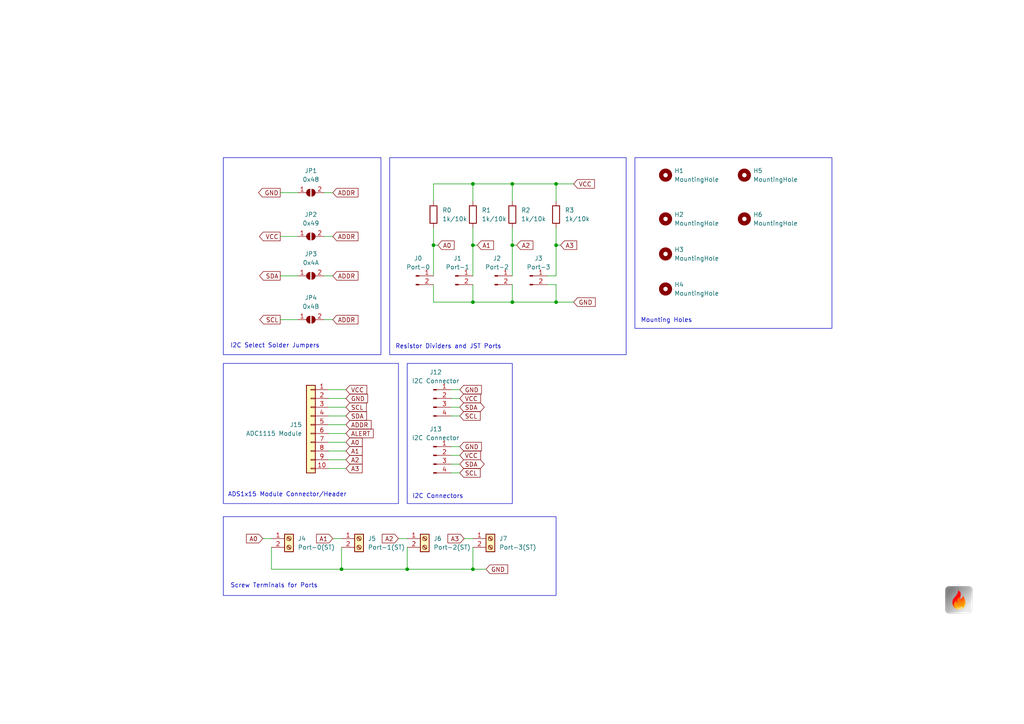
<source format=kicad_sch>
(kicad_sch (version 20231120) (generator "eeschema") (generator_version "8.0")
  (paper "A4")
  (title_block (title "PiFire ADS1x15 Module") (date "2024-05-03") (rev "v1.0.0") (company "Ben Parmeter"))
  (lib_symbols
    (symbol "Connector:Conn_01x02_Pin" (pin_names (offset 1.016) hide)
      (property "Reference" "J" (at 0 2.54 0))
      (property "Value" "Conn_01x02_Pin" (at 0 -5.08 0))
      (symbol "Conn_01x02_Pin_1_1"
        (polyline (pts (xy 1.27 -2.54) (xy 0.8636 -2.54)) (stroke (width 0.1524)))
        (polyline (pts (xy 1.27 0) (xy 0.8636 0)) (stroke (width 0.1524)))
        (rectangle (start 0.8636 -2.413) (end 0 -2.667) (stroke (width 0.1524)) (fill (type outline)))
        (rectangle (start 0.8636 0.127) (end 0 -0.127) (stroke (width 0.1524)) (fill (type outline)))
        (pin passive line (at 5.08 0 180) (length 3.81) (name "Pin_1") (number "1"))
        (pin passive line (at 5.08 -2.54 180) (length 3.81) (name "Pin_2") (number "2"))
      )
    )
    (symbol "Connector:Conn_01x04_Pin" (pin_names (offset 1.016) hide)
      (property "Reference" "J" (at 0 5.08 0))
      (property "Value" "Conn_01x04_Pin" (at 0 -7.62 0))
      (symbol "Conn_01x04_Pin_1_1"
        (polyline (pts (xy 1.27 -5.08) (xy 0.8636 -5.08)) (stroke (width 0.1524)))
        (polyline (pts (xy 1.27 -2.54) (xy 0.8636 -2.54)) (stroke (width 0.1524)))
        (polyline (pts (xy 1.27 0) (xy 0.8636 0)) (stroke (width 0.1524)))
        (polyline (pts (xy 1.27 2.54) (xy 0.8636 2.54)) (stroke (width 0.1524)))
        (rectangle (start 0.8636 -4.953) (end 0 -5.207) (stroke (width 0.1524)) (fill (type outline)))
        (rectangle (start 0.8636 -2.413) (end 0 -2.667) (stroke (width 0.1524)) (fill (type outline)))
        (rectangle (start 0.8636 0.127) (end 0 -0.127) (stroke (width 0.1524)) (fill (type outline)))
        (rectangle (start 0.8636 2.667) (end 0 2.413) (stroke (width 0.1524)) (fill (type outline)))
        (pin passive line (at 5.08 2.54 180) (length 3.81) (name "Pin_1") (number "1"))
        (pin passive line (at 5.08 0 180) (length 3.81) (name "Pin_2") (number "2"))
        (pin passive line (at 5.08 -2.54 180) (length 3.81) (name "Pin_3") (number "3"))
        (pin passive line (at 5.08 -5.08 180) (length 3.81) (name "Pin_4") (number "4"))
      )
    )
    (symbol "Connector:Screw_Terminal_01x02" (pin_names (offset 1.016) hide)
      (property "Reference" "J" (at 0 2.54 0))
      (property "Value" "Screw_Terminal_01x02" (at 0 -5.08 0))
      (symbol "Screw_Terminal_01x02_1_1"
        (rectangle (start -1.27 1.27) (end 1.27 -3.81) (stroke (width 0.254)) (fill (type background)))
        (circle (center 0 -2.54) (radius 0.635) (stroke (width 0.1524)))
        (polyline (pts (xy -0.5334 -2.2098) (xy 0.3302 -3.048)) (stroke (width 0.1524)))
        (polyline (pts (xy -0.5334 0.3302) (xy 0.3302 -0.508)) (stroke (width 0.1524)))
        (polyline (pts (xy -0.3556 -2.032) (xy 0.508 -2.8702)) (stroke (width 0.1524)))
        (polyline (pts (xy -0.3556 0.508) (xy 0.508 -0.3302)) (stroke (width 0.1524)))
        (circle (center 0 0) (radius 0.635) (stroke (width 0.1524)))
        (pin passive line (at -5.08 0 0) (length 3.81) (name "Pin_1") (number "1"))
        (pin passive line (at -5.08 -2.54 0) (length 3.81) (name "Pin_2") (number "2"))
      )
    )
    (symbol "Connector_Generic:Conn_01x10" (pin_names (offset 1.016) hide)
      (property "Reference" "J" (at 0 12.7 0))
      (property "Value" "Conn_01x10" (at 0 -15.24 0))
      (symbol "Conn_01x10_1_1"
        (rectangle (start -1.27 -12.573) (end 0 -12.827) (stroke (width 0.1524)))
        (rectangle (start -1.27 -10.033) (end 0 -10.287) (stroke (width 0.1524)))
        (rectangle (start -1.27 -7.493) (end 0 -7.747) (stroke (width 0.1524)))
        (rectangle (start -1.27 -4.953) (end 0 -5.207) (stroke (width 0.1524)))
        (rectangle (start -1.27 -2.413) (end 0 -2.667) (stroke (width 0.1524)))
        (rectangle (start -1.27 0.127) (end 0 -0.127) (stroke (width 0.1524)))
        (rectangle (start -1.27 2.667) (end 0 2.413) (stroke (width 0.1524)))
        (rectangle (start -1.27 5.207) (end 0 4.953) (stroke (width 0.1524)))
        (rectangle (start -1.27 7.747) (end 0 7.493) (stroke (width 0.1524)))
        (rectangle (start -1.27 10.287) (end 0 10.033) (stroke (width 0.1524)))
        (rectangle (start -1.27 11.43) (end 1.27 -13.97) (stroke (width 0.254)) (fill (type background)))
        (pin passive line (at -5.08 10.16 0) (length 3.81) (name "Pin_1") (number "1"))
        (pin passive line (at -5.08 -12.7 0) (length 3.81) (name "Pin_10") (number "10"))
        (pin passive line (at -5.08 7.62 0) (length 3.81) (name "Pin_2") (number "2"))
        (pin passive line (at -5.08 5.08 0) (length 3.81) (name "Pin_3") (number "3"))
        (pin passive line (at -5.08 2.54 0) (length 3.81) (name "Pin_4") (number "4"))
        (pin passive line (at -5.08 0 0) (length 3.81) (name "Pin_5") (number "5"))
        (pin passive line (at -5.08 -2.54 0) (length 3.81) (name "Pin_6") (number "6"))
        (pin passive line (at -5.08 -5.08 0) (length 3.81) (name "Pin_7") (number "7"))
        (pin passive line (at -5.08 -7.62 0) (length 3.81) (name "Pin_8") (number "8"))
        (pin passive line (at -5.08 -10.16 0) (length 3.81) (name "Pin_9") (number "9"))
      )
    )
    (symbol "Device:R" (pin_numbers hide) (pin_names (offset 0))
      (property "Reference" "R" (at 2.032 0 90))
      (property "Value" "R" (at 0 0 90))
      (symbol "R_0_1"
        (rectangle (start -1.016 -2.54) (end 1.016 2.54) (stroke (width 0.254)))
      )
      (symbol "R_1_1"
        (pin passive line (at 0 3.81 270) (length 1.27) (name "~") (number "1"))
        (pin passive line (at 0 -3.81 90) (length 1.27) (name "~") (number "2"))
      )
    )
    (symbol "Jumper:SolderJumper_2_Open" (pin_names (offset 0) hide)
      (property "Reference" "JP" (at 0 2.032 0))
      (property "Value" "SolderJumper_2_Open" (at 0 -2.54 0))
      (symbol "SolderJumper_2_Open_0_1"
        (arc (start -0.254 1.016) (mid -1.2656 0) (end -0.254 -1.016))
        (arc (start -0.254 1.016) (mid -1.2656 0) (end -0.254 -1.016) (fill (type outline)))
        (polyline (pts (xy -0.254 1.016) (xy -0.254 -1.016)))
        (polyline (pts (xy 0.254 1.016) (xy 0.254 -1.016)))
        (arc (start 0.254 -1.016) (mid 1.2656 0) (end 0.254 1.016))
        (arc (start 0.254 -1.016) (mid 1.2656 0) (end 0.254 1.016) (fill (type outline)))
      )
      (symbol "SolderJumper_2_Open_1_1"
        (pin passive line (at -3.81 0 0) (length 2.54) (name "A") (number "1"))
        (pin passive line (at 3.81 0 180) (length 2.54) (name "B") (number "2"))
      )
    )
    (symbol "Mechanical:MountingHole" (pin_names (offset 1.016))
      (property "Reference" "H" (at 0 5.08 0))
      (property "Value" "MountingHole" (at 0 3.175 0))
      (symbol "MountingHole_0_1"
        (circle (center 0 0) (radius 1.27) (stroke (width 1.27)))
      )
    )
  )
  (junction (at 137.16 71.12))
  (junction (at 161.29 71.12))
  (junction (at 137.16 87.63))
  (junction (at 148.59 87.63))
  (junction (at 125.73 71.12))
  (junction (at 137.16 53.34))
  (junction (at 148.59 53.34))
  (junction (at 161.29 53.34))
  (junction (at 99.06 165.1))
  (junction (at 161.29 87.63))
  (junction (at 118.11 165.1))
  (junction (at 137.16 165.1))
  (junction (at 148.59 71.12))
  (wire (pts (xy 118.11 158.75) (xy 118.11 165.1)))
  (wire (pts (xy 161.29 80.01) (xy 158.75 80.01)))
  (wire (pts (xy 81.28 92.71) (xy 86.36 92.71)))
  (wire (pts (xy 100.33 130.81) (xy 95.25 130.81)))
  (wire (pts (xy 81.28 68.58) (xy 86.36 68.58)))
  (wire (pts (xy 137.16 82.55) (xy 137.16 87.63)))
  (wire (pts (xy 137.16 165.1) (xy 140.97 165.1)))
  (wire (pts (xy 78.74 165.1) (xy 99.06 165.1)))
  (wire (pts (xy 161.29 66.04) (xy 161.29 71.12)))
  (wire (pts (xy 161.29 82.55) (xy 161.29 87.63)))
  (wire (pts (xy 148.59 82.55) (xy 148.59 87.63)))
  (wire (pts (xy 100.33 128.27) (xy 95.25 128.27)))
  (wire (pts (xy 125.73 66.04) (xy 125.73 71.12)))
  (wire (pts (xy 133.35 113.03) (xy 130.81 113.03)))
  (wire (pts (xy 78.74 158.75) (xy 78.74 165.1)))
  (wire (pts (xy 96.52 156.21) (xy 99.06 156.21)))
  (wire (pts (xy 96.52 55.88) (xy 93.98 55.88)))
  (wire (pts (xy 99.06 158.75) (xy 99.06 165.1)))
  (wire (pts (xy 100.33 115.57) (xy 95.25 115.57)))
  (wire (pts (xy 161.29 87.63) (xy 166.37 87.63)))
  (wire (pts (xy 100.33 135.89) (xy 95.25 135.89)))
  (wire (pts (xy 137.16 53.34) (xy 125.73 53.34)))
  (wire (pts (xy 166.37 53.34) (xy 161.29 53.34)))
  (wire (pts (xy 148.59 66.04) (xy 148.59 71.12)))
  (wire (pts (xy 133.35 132.08) (xy 130.81 132.08)))
  (wire (pts (xy 137.16 66.04) (xy 137.16 71.12)))
  (wire (pts (xy 99.06 165.1) (xy 118.11 165.1)))
  (wire (pts (xy 134.62 156.21) (xy 137.16 156.21)))
  (wire (pts (xy 133.35 129.54) (xy 130.81 129.54)))
  (wire (pts (xy 118.11 165.1) (xy 137.16 165.1)))
  (wire (pts (xy 137.16 53.34) (xy 137.16 58.42)))
  (wire (pts (xy 96.52 80.01) (xy 93.98 80.01)))
  (wire (pts (xy 137.16 87.63) (xy 148.59 87.63)))
  (wire (pts (xy 127 71.12) (xy 125.73 71.12)))
  (wire (pts (xy 100.33 123.19) (xy 95.25 123.19)))
  (wire (pts (xy 161.29 53.34) (xy 161.29 58.42)))
  (wire (pts (xy 148.59 87.63) (xy 161.29 87.63)))
  (wire (pts (xy 81.28 55.88) (xy 86.36 55.88)))
  (wire (pts (xy 96.52 92.71) (xy 93.98 92.71)))
  (wire (pts (xy 148.59 53.34) (xy 161.29 53.34)))
  (wire (pts (xy 125.73 82.55) (xy 125.73 87.63)))
  (wire (pts (xy 162.56 71.12) (xy 161.29 71.12)))
  (wire (pts (xy 100.33 118.11) (xy 95.25 118.11)))
  (wire (pts (xy 100.33 133.35) (xy 95.25 133.35)))
  (wire (pts (xy 125.73 87.63) (xy 137.16 87.63)))
  (wire (pts (xy 100.33 125.73) (xy 95.25 125.73)))
  (wire (pts (xy 148.59 71.12) (xy 148.59 80.01)))
  (wire (pts (xy 161.29 82.55) (xy 158.75 82.55)))
  (wire (pts (xy 149.86 71.12) (xy 148.59 71.12)))
  (wire (pts (xy 133.35 120.65) (xy 130.81 120.65)))
  (wire (pts (xy 133.35 137.16) (xy 130.81 137.16)))
  (wire (pts (xy 138.43 71.12) (xy 137.16 71.12)))
  (wire (pts (xy 81.28 80.01) (xy 86.36 80.01)))
  (wire (pts (xy 125.73 71.12) (xy 125.73 80.01)))
  (wire (pts (xy 100.33 113.03) (xy 95.25 113.03)))
  (wire (pts (xy 125.73 53.34) (xy 125.73 58.42)))
  (wire (pts (xy 133.35 115.57) (xy 130.81 115.57)))
  (wire (pts (xy 133.35 118.11) (xy 130.81 118.11)))
  (wire (pts (xy 100.33 120.65) (xy 95.25 120.65)))
  (wire (pts (xy 96.52 68.58) (xy 93.98 68.58)))
  (wire (pts (xy 161.29 71.12) (xy 161.29 80.01)))
  (wire (pts (xy 115.57 156.21) (xy 118.11 156.21)))
  (wire (pts (xy 148.59 53.34) (xy 137.16 53.34)))
  (wire (pts (xy 148.59 53.34) (xy 148.59 58.42)))
  (wire (pts (xy 76.2 156.21) (xy 78.74 156.21)))
  (wire (pts (xy 133.35 134.62) (xy 130.81 134.62)))
  (wire (pts (xy 137.16 71.12) (xy 137.16 80.01)))
  (wire (pts (xy 137.16 158.75) (xy 137.16 165.1)))
  (rectangle (start 184.15 45.72) (end 241.3 95.25))
  (rectangle (start 64.77 105.41) (end 115.57 146.05))
  (rectangle (start 64.77 45.72) (end 110.49 102.87))
  (rectangle (start 113.03 45.72) (end 181.61 102.87))
  (rectangle (start 118.11 105.41) (end 148.59 146.05))
  (rectangle (start 64.77 149.86) (end 161.29 172.72))
  (image (at 278.13 173.99) (scale 0.0423182))
  (text "Screw Terminals for Ports" (at 79.502 169.926 0) (effects (font (size 1.27 1.27))))
  (text "ADS1x15 Module Connector/Header" (at 83.312 143.51 0) (effects (font (size 1.27 1.27))))
  (text "I2C Select Solder Jumpers" (at 79.756 100.33 0) (effects (font (size 1.27 1.27))))
  (text "Resistor Dividers and JST Ports" (at 130.048 100.584 0) (effects (font (size 1.27 1.27))))
  (text "Mounting Holes" (at 193.294 92.964 0) (effects (font (size 1.27 1.27))))
  (text "I2C Connectors" (at 127 144.018 0) (effects (font (size 1.27 1.27))))
  (global_label "A2" (shape input) (at 115.57 156.21 180) (property "Intersheetrefs" "${INTERSHEET_REFS}" (effects (hide yes))))
  (global_label "A1" (shape input) (at 96.52 156.21 180) (property "Intersheetrefs" "${INTERSHEET_REFS}" (effects (hide yes))))
  (global_label "GND" (shape input) (at 133.35 113.03 0) (property "Intersheetrefs" "${INTERSHEET_REFS}" (effects (hide yes))))
  (global_label "SCL" (shape input) (at 100.33 118.11 0) (property "Intersheetrefs" "${INTERSHEET_REFS}" (effects (hide yes))))
  (global_label "GND" (shape output) (at 81.28 55.88 180) (property "Intersheetrefs" "${INTERSHEET_REFS}" (effects (hide yes))))
  (global_label "SDA" (shape output) (at 81.28 80.01 180) (property "Intersheetrefs" "${INTERSHEET_REFS}" (effects (hide yes))))
  (global_label "GND" (shape input) (at 133.35 129.54 0) (property "Intersheetrefs" "${INTERSHEET_REFS}" (effects (hide yes))))
  (global_label "A3" (shape input) (at 134.62 156.21 180) (property "Intersheetrefs" "${INTERSHEET_REFS}" (effects (hide yes))))
  (global_label "GND" (shape input) (at 100.33 115.57 0) (property "Intersheetrefs" "${INTERSHEET_REFS}" (effects (hide yes))))
  (global_label "ADDR" (shape input) (at 96.52 92.71 0) (property "Intersheetrefs" "${INTERSHEET_REFS}" (effects (hide yes))))
  (global_label "A2" (shape input) (at 149.86 71.12 0) (property "Intersheetrefs" "${INTERSHEET_REFS}" (effects (hide yes))))
  (global_label "VCC" (shape input) (at 133.35 115.57 0) (property "Intersheetrefs" "${INTERSHEET_REFS}" (effects (hide yes))))
  (global_label "VCC" (shape input) (at 166.37 53.34 0) (property "Intersheetrefs" "${INTERSHEET_REFS}" (effects (hide yes))))
  (global_label "A1" (shape input) (at 138.43 71.12 0) (property "Intersheetrefs" "${INTERSHEET_REFS}" (effects (hide yes))))
  (global_label "SDA" (shape bidirectional) (at 133.35 134.62 0) (property "Intersheetrefs" "${INTERSHEET_REFS}" (effects (hide yes))))
  (global_label "A0" (shape input) (at 100.33 128.27 0) (property "Intersheetrefs" "${INTERSHEET_REFS}" (effects (hide yes))))
  (global_label "SCL" (shape input) (at 133.35 137.16 0) (property "Intersheetrefs" "${INTERSHEET_REFS}" (effects (hide yes))))
  (global_label "A3" (shape input) (at 162.56 71.12 0) (property "Intersheetrefs" "${INTERSHEET_REFS}" (effects (hide yes))))
  (global_label "GND" (shape input) (at 140.97 165.1 0) (property "Intersheetrefs" "${INTERSHEET_REFS}" (effects (hide yes))))
  (global_label "ALERT" (shape input) (at 100.33 125.73 0) (property "Intersheetrefs" "${INTERSHEET_REFS}" (effects (hide yes))))
  (global_label "A2" (shape input) (at 100.33 133.35 0) (property "Intersheetrefs" "${INTERSHEET_REFS}" (effects (hide yes))))
  (global_label "SDA" (shape bidirectional) (at 133.35 118.11 0) (property "Intersheetrefs" "${INTERSHEET_REFS}" (effects (hide yes))))
  (global_label "SDA" (shape input) (at 100.33 120.65 0) (property "Intersheetrefs" "${INTERSHEET_REFS}" (effects (hide yes))))
  (global_label "VCC" (shape output) (at 81.28 68.58 180) (property "Intersheetrefs" "${INTERSHEET_REFS}" (effects (hide yes))))
  (global_label "ADDR" (shape input) (at 100.33 123.19 0) (property "Intersheetrefs" "${INTERSHEET_REFS}" (effects (hide yes))))
  (global_label "ADDR" (shape input) (at 96.52 55.88 0) (property "Intersheetrefs" "${INTERSHEET_REFS}" (effects (hide yes))))
  (global_label "VCC" (shape input) (at 100.33 113.03 0) (property "Intersheetrefs" "${INTERSHEET_REFS}" (effects (hide yes))))
  (global_label "VCC" (shape input) (at 133.35 132.08 0) (property "Intersheetrefs" "${INTERSHEET_REFS}" (effects (hide yes))))
  (global_label "A1" (shape input) (at 100.33 130.81 0) (property "Intersheetrefs" "${INTERSHEET_REFS}" (effects (hide yes))))
  (global_label "GND" (shape input) (at 166.37 87.63 0) (property "Intersheetrefs" "${INTERSHEET_REFS}" (effects (hide yes))))
  (global_label "A3" (shape input) (at 100.33 135.89 0) (property "Intersheetrefs" "${INTERSHEET_REFS}" (effects (hide yes))))
  (global_label "SCL" (shape input) (at 133.35 120.65 0) (property "Intersheetrefs" "${INTERSHEET_REFS}" (effects (hide yes))))
  (global_label "ADDR" (shape input) (at 96.52 68.58 0) (property "Intersheetrefs" "${INTERSHEET_REFS}" (effects (hide yes))))
  (global_label "SCL" (shape output) (at 81.28 92.71 180) (property "Intersheetrefs" "${INTERSHEET_REFS}" (effects (hide yes))))
  (global_label "A0" (shape input) (at 127 71.12 0) (property "Intersheetrefs" "${INTERSHEET_REFS}" (effects (hide yes))))
  (global_label "A0" (shape input) (at 76.2 156.21 180) (property "Intersheetrefs" "${INTERSHEET_REFS}" (effects (hide yes))))
  (global_label "ADDR" (shape input) (at 96.52 80.01 0) (property "Intersheetrefs" "${INTERSHEET_REFS}" (effects (hide yes))))
  (symbol (lib_id "Connector:Screw_Terminal_01x02") (at 104.14 156.21 0) (unit 1)
    (property "Reference" "J5" (at 106.68 156.21 0) (effects (justify left)))
    (property "Value" "Port-1(ST)" (at 106.68 158.75 0) (effects (justify left)))
    (property "Footprint" "TerminalBlock:TerminalBlock_bornier-2_P5.08mm" (effects (hide yes)))
    (property "Description" "ADC Probe Port 1 Screw Terminal.  Recommended terminals: https://www.amazon.com/dp/B01MT4LC0F" (effects (hide yes)))
  )
  (symbol (lib_id "Connector:Conn_01x02_Pin") (at 143.51 80.01 0) (unit 1)
    (property "Reference" "J2" (at 144.145 74.93 0))
    (property "Value" "Port-2" (at 144.145 77.47 0))
    (property "Footprint" "Connector_JST:JST_XH_B2B-XH-A_1x02_P2.50mm_Vertical" (effects (hide yes)))
    (property "Description" "ADC Probe Port 2 JST Connector.  Available from many sellers: https://www.amazon.com/Glarks-Housing-Connector-Perfectly-Compatible/dp/B07CTH46S7" (effects (hide yes)))
  )
  (symbol (lib_id "Device:R") (at 137.16 62.23 0) (unit 1)
    (property "Reference" "R1" (at 139.7 60.96 0) (effects (justify left)))
    (property "Value" "1k/10k" (at 139.7 63.5 0) (effects (justify left)))
    (property "Footprint" "Resistor_THT:R_Axial_DIN0207_L6.3mm_D2.5mm_P7.62mm_Horizontal" (effects (hide yes)))
    (property "Description" "Standard 1/4W Axial Resistors.  Recommended try to get these resistor values as close to their stated values as possible so select 1% tolerance or better and then test to get the best value.   1k Ohm is recommended for PT1000 probes where the nominal resistance is 1k at 0C.  10k Ohm is resistance is recommended for almost all food probe types (note that there are some brands that may have a 1k nominal resistance and thus should use a 1k resistor here)" (effects (hide yes)))
  )
  (symbol (lib_id "Connector:Screw_Terminal_01x02") (at 83.82 156.21 0) (unit 1)
    (property "Reference" "J4" (at 86.36 156.21 0) (effects (justify left)))
    (property "Value" "Port-0(ST)" (at 86.36 158.75 0) (effects (justify left)))
    (property "Footprint" "TerminalBlock:TerminalBlock_bornier-2_P5.08mm" (effects (hide yes)))
    (property "Description" "ADC Probe Port 0 Screw Terminal.  Recommended terminals: https://www.amazon.com/dp/B01MT4LC0F" (effects (hide yes)))
  )
  (symbol (lib_id "Connector:Screw_Terminal_01x02") (at 123.19 156.21 0) (unit 1)
    (property "Reference" "J6" (at 125.73 156.21 0) (effects (justify left)))
    (property "Value" "Port-2(ST)" (at 125.73 158.75 0) (effects (justify left)))
    (property "Footprint" "TerminalBlock:TerminalBlock_bornier-2_P5.08mm" (effects (hide yes)))
    (property "Description" "ADC Probe Port 2 Screw Terminal.  Recommended terminals: https://www.amazon.com/dp/B01MT4LC0F" (effects (hide yes)))
  )
  (symbol (lib_id "Device:R") (at 148.59 62.23 0) (unit 1)
    (property "Reference" "R2" (at 151.13 60.96 0) (effects (justify left)))
    (property "Value" "1k/10k" (at 151.13 63.5 0) (effects (justify left)))
    (property "Footprint" "Resistor_THT:R_Axial_DIN0207_L6.3mm_D2.5mm_P7.62mm_Horizontal" (effects (hide yes)))
    (property "Description" "Standard 1/4W Axial Resistors.  Recommended try to get these resistor values as close to their stated values as possible so select 1% tolerance or better and then test to get the best value.   1k Ohm is recommended for PT1000 probes where the nominal resistance is 1k at 0C.  10k Ohm is resistance is recommended for almost all food probe types (note that there are some brands that may have a 1k nominal resistance and thus should use a 1k resistor here)" (effects (hide yes)))
  )
  (symbol (lib_id "Device:R") (at 125.73 62.23 0) (unit 1)
    (property "Reference" "R0" (at 128.27 60.96 0) (effects (justify left)))
    (property "Value" "1k/10k" (at 128.27 63.5 0) (effects (justify left)))
    (property "Footprint" "Resistor_THT:R_Axial_DIN0207_L6.3mm_D2.5mm_P7.62mm_Horizontal" (effects (hide yes)))
    (property "Description" "Standard 1/4W Axial Resistors.  Recommended try to get these resistor values as close to their stated values as possible so select 1% tolerance or better and then test to get the best value.   1k Ohm is recommended for PT1000 probes where the nominal resistance is 1k at 0C.  10k Ohm is resistance is recommended for almost all food probe types (note that there are some brands that may have a 1k nominal resistance and thus should use a 1k resistor here)" (effects (hide yes)))
  )
  (symbol (lib_id "Connector_Generic:Conn_01x10") (at 90.17 123.19 0) (mirror y) (unit 1)
    (property "Reference" "J15" (at 87.63 123.19 0) (effects (justify left)))
    (property "Value" "ADC1115 Module" (at 87.63 125.73 0) (effects (justify left)))
    (property "Footprint" "Connector_PinHeader_2.54mm:PinHeader_1x10_P2.54mm_Vertical" (effects (hide yes)))
    (property "Description" "Header for the ADS1x15 module.  This uses the standard pinout for these ubiquitous modules, but it is recommended to double check the pinout. Originally designed by Adafruit, but available in generic form everywhere.  https://www.amazon.com/HiLetgo-Converter-Programmable-Amplifier-Development/dp/B07VPFLSMX " (effects (hide yes)))
  )
  (symbol (lib_id "Connector:Conn_01x02_Pin") (at 153.67 80.01 0) (unit 1)
    (property "Reference" "J3" (at 156.21 74.93 0))
    (property "Value" "Port-3" (at 156.21 77.47 0))
    (property "Footprint" "Connector_JST:JST_XH_B2B-XH-A_1x02_P2.50mm_Vertical" (effects (hide yes)))
    (property "Description" "ADC Probe Port 3 JST Connector.  Available from many sellers: https://www.amazon.com/Glarks-Housing-Connector-Perfectly-Compatible/dp/B07CTH46S7" (effects (hide yes)))
  )
  (symbol (lib_id "Jumper:SolderJumper_2_Open") (at 90.17 55.88 0) (unit 1)
    (property "Reference" "JP1" (at 90.17 49.53 0))
    (property "Value" "0x48" (at 90.17 52.07 0))
    (property "Footprint" "Jumper:SolderJumper-2_P1.3mm_Open_TrianglePad1.0x1.5mm" (effects (hide yes)))
    (property "Description" "Close this jumper to select I2C Address 0x48 for this module." (effects (hide yes)))
  )
  (symbol (lib_id "Mechanical:MountingHole") (at 215.9 63.5 0) (unit 1)
    (property "Reference" "H6" (at 218.44 62.23 0) (effects (justify left)))
    (property "Value" "MountingHole" (at 218.44 64.77 0) (effects (justify left)))
    (property "Footprint" "MountingHole:MountingHole_3.2mm_M3" (effects (hide yes)))
  )
  (symbol (lib_id "Connector:Conn_01x02_Pin") (at 132.08 80.01 0) (unit 1)
    (property "Reference" "J1" (at 132.715 74.93 0))
    (property "Value" "Port-1" (at 132.715 77.47 0))
    (property "Footprint" "Connector_JST:JST_XH_B2B-XH-A_1x02_P2.50mm_Vertical" (effects (hide yes)))
    (property "Description" "ADC Probe Port 1 JST Connector.  Available from many sellers: https://www.amazon.com/Glarks-Housing-Connector-Perfectly-Compatible/dp/B07CTH46S7" (effects (hide yes)))
  )
  (symbol (lib_id "Connector:Conn_01x04_Pin") (at 125.73 115.57 0) (unit 1)
    (property "Reference" "J12" (at 126.365 107.95 0))
    (property "Value" "I2C Connector" (at 126.365 110.49 0))
    (property "Footprint" "Connector_JST:JST_XH_S4B-XH-A_1x04_P2.50mm_Horizontal" (effects (hide yes)))
    (property "Description" "4-Pin JST XH PCB Mount Connectors for I2C.  These can be used to chain I2C devices if needed.  Available from many sellers: https://www.amazon.com/Glarks-Housing-Connector-Perfectly-Compatible/dp/B07CTH46S7 " (effects (hide yes)))
  )
  (symbol (lib_id "Jumper:SolderJumper_2_Open") (at 90.17 92.71 0) (unit 1)
    (property "Reference" "JP4" (at 90.17 86.36 0))
    (property "Value" "0x4B" (at 90.17 88.9 0))
    (property "Footprint" "Jumper:SolderJumper-2_P1.3mm_Open_TrianglePad1.0x1.5mm" (effects (hide yes)))
    (property "Description" "Close this jumper to select I2C Address 0x4B for this module." (effects (hide yes)))
  )
  (symbol (lib_id "Jumper:SolderJumper_2_Open") (at 90.17 80.01 0) (unit 1)
    (property "Reference" "JP3" (at 90.17 73.66 0))
    (property "Value" "0x4A" (at 90.17 76.2 0))
    (property "Footprint" "Jumper:SolderJumper-2_P1.3mm_Open_TrianglePad1.0x1.5mm" (effects (hide yes)))
    (property "Description" "Close this jumper to select I2C Address 0x4A for this module." (effects (hide yes)))
  )
  (symbol (lib_id "Connector:Conn_01x04_Pin") (at 125.73 132.08 0) (unit 1)
    (property "Reference" "J13" (at 126.365 124.46 0))
    (property "Value" "I2C Connector" (at 126.365 127 0))
    (property "Footprint" "Connector_JST:JST_XH_S4B-XH-A_1x04_P2.50mm_Horizontal" (effects (hide yes)))
    (property "Description" "4-Pin JST XH PCB Mount Connectors for I2C.  These can be used to chain I2C devices if needed.  Available from many sellers: https://www.amazon.com/Glarks-Housing-Connector-Perfectly-Compatible/dp/B07CTH46S7 " (effects (hide yes)))
  )
  (symbol (lib_id "Connector:Screw_Terminal_01x02") (at 142.24 156.21 0) (unit 1)
    (property "Reference" "J7" (at 144.78 156.21 0) (effects (justify left)))
    (property "Value" "Port-3(ST)" (at 144.78 158.75 0) (effects (justify left)))
    (property "Footprint" "TerminalBlock:TerminalBlock_bornier-2_P5.08mm" (effects (hide yes)))
    (property "Description" "ADC Probe Port 3 Screw Terminal.  Recommended terminals: https://www.amazon.com/dp/B01MT4LC0F" (effects (hide yes)))
  )
  (symbol (lib_id "Mechanical:MountingHole") (at 215.9 50.8 0) (unit 1)
    (property "Reference" "H5" (at 218.44 49.53 0) (effects (justify left)))
    (property "Value" "MountingHole" (at 218.44 52.07 0) (effects (justify left)))
    (property "Footprint" "MountingHole:MountingHole_3.2mm_M3" (effects (hide yes)))
  )
  (symbol (lib_id "Connector:Conn_01x02_Pin") (at 120.65 80.01 0) (unit 1)
    (property "Reference" "J0" (at 121.285 74.93 0))
    (property "Value" "Port-0" (at 121.285 77.47 0))
    (property "Footprint" "Connector_JST:JST_XH_B2B-XH-A_1x02_P2.50mm_Vertical" (effects (hide yes)))
    (property "Description" "ADC Probe Port 0 JST Connector.  Available from many sellers: https://www.amazon.com/Glarks-Housing-Connector-Perfectly-Compatible/dp/B07CTH46S7" (effects (hide yes)))
  )
  (symbol (lib_id "Mechanical:MountingHole") (at 193.04 63.5 0) (unit 1)
    (property "Reference" "H2" (at 195.58 62.23 0) (effects (justify left)))
    (property "Value" "MountingHole" (at 195.58 64.77 0) (effects (justify left)))
    (property "Footprint" "MountingHole:MountingHole_3.2mm_M3" (effects (hide yes)))
  )
  (symbol (lib_id "Mechanical:MountingHole") (at 193.04 50.8 0) (unit 1)
    (property "Reference" "H1" (at 195.58 49.53 0) (effects (justify left)))
    (property "Value" "MountingHole" (at 195.58 52.07 0) (effects (justify left)))
    (property "Footprint" "MountingHole:MountingHole_3.2mm_M3" (effects (hide yes)))
  )
  (symbol (lib_id "Mechanical:MountingHole") (at 193.04 83.82 0) (unit 1)
    (property "Reference" "H4" (at 195.58 82.55 0) (effects (justify left)))
    (property "Value" "MountingHole" (at 195.58 85.09 0) (effects (justify left)))
    (property "Footprint" "MountingHole:MountingHole_3.2mm_M3" (effects (hide yes)))
  )
  (symbol (lib_id "Jumper:SolderJumper_2_Open") (at 90.17 68.58 0) (unit 1)
    (property "Reference" "JP2" (at 90.17 62.23 0))
    (property "Value" "0x49" (at 90.17 64.77 0))
    (property "Footprint" "Jumper:SolderJumper-2_P1.3mm_Open_TrianglePad1.0x1.5mm" (effects (hide yes)))
    (property "Description" "Close this jumper to select I2C Address 0x49 for this module." (effects (hide yes)))
  )
  (symbol (lib_id "Device:R") (at 161.29 62.23 0) (unit 1)
    (property "Reference" "R3" (at 163.83 60.96 0) (effects (justify left)))
    (property "Value" "1k/10k" (at 163.83 63.5 0) (effects (justify left)))
    (property "Footprint" "Resistor_THT:R_Axial_DIN0207_L6.3mm_D2.5mm_P7.62mm_Horizontal" (effects (hide yes)))
    (property "Description" "Standard 1/4W Axial Resistors.  Recommended try to get these resistor values as close to their stated values as possible so select 1% tolerance or better and then test to get the best value.   1k Ohm is recommended for PT1000 probes where the nominal resistance is 1k at 0C.  10k Ohm is resistance is recommended for almost all food probe types (note that there are some brands that may have a 1k nominal resistance and thus should use a 1k resistor here)" (effects (hide yes)))
  )
  (symbol (lib_id "Mechanical:MountingHole") (at 193.04 73.66 0) (unit 1)
    (property "Reference" "H3" (at 195.58 72.39 0) (effects (justify left)))
    (property "Value" "MountingHole" (at 195.58 74.93 0) (effects (justify left)))
    (property "Footprint" "MountingHole:MountingHole_3.2mm_M3" (effects (hide yes)))
  )
)
</source>
